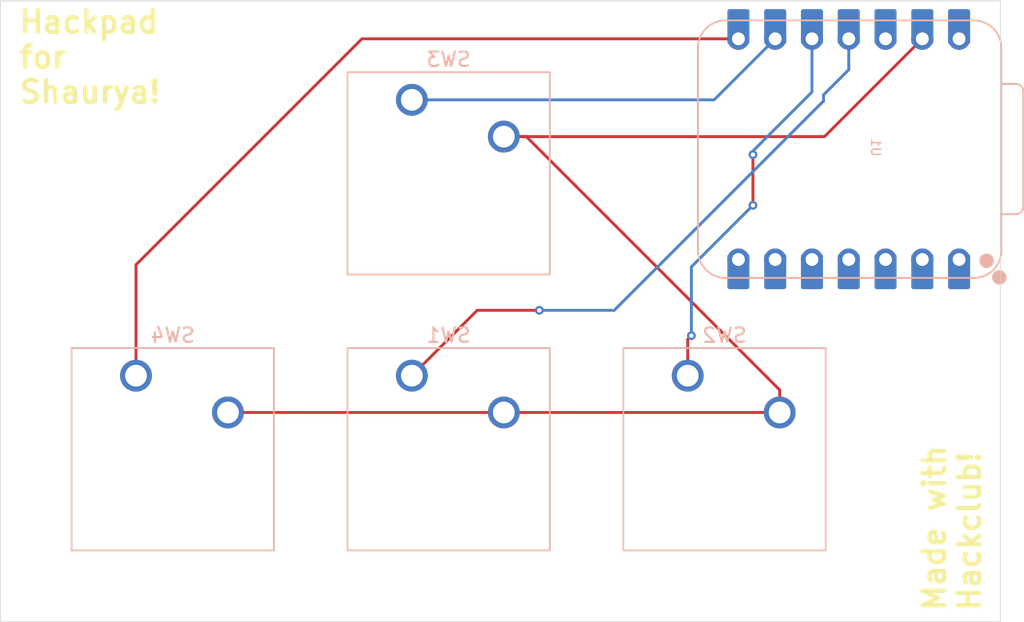
<source format=kicad_pcb>
(kicad_pcb (version 20241229) (generator "pcbnew") (generator_version "9.0")
  (layers (0 "F.Cu" signal) (2 "B.Cu" signal) (13 "F.Paste" user) (15 "B.Paste" user) (5 "F.SilkS" user "F.Silkscreen") (7 "B.SilkS" user "B.Silkscreen") (1 "F.Mask" user) (3 "B.Mask" user) (25 "Edge.Cuts" user))
  (net 0 "")
  (net 1 "GND")
  (net 3 "Net-(U1-PA6_A10_D10_MOSI)")
  (net 4 "Net-(U1-PA5_A9_D9_MISO)")
  (net 5 "Net-(U1-PA7_A8_D8_SCK)")
  (net 6 "Net-(U1-PB09_A7_D7_RX)")
  (footprint "Button_Switch_Keyboard:SW_Cherry_MX_1.00u_PCB" (layer "B.Cu") (at 160.14675 78.26375 180)
    (property "Reference" "SW4" (at -2.54 2.794 0) (layer "B.SilkS") (effects (justify mirror)))
    (property "Value" "SW_Push")
    (fp_line (start 4.445 1.905) (end 4.445 -12.065) (stroke (width 0.12)) (layer "B.SilkS"))
    (fp_line (start 4.445 -12.065) (end -9.525 -12.065) (stroke (width 0.12)) (layer "B.SilkS"))
    (fp_line (start -9.525 1.905) (end 4.445 1.905) (stroke (width 0.12)) (layer "B.SilkS"))
    (fp_line (start -9.525 -12.065) (end -9.525 1.905) (stroke (width 0.12)) (layer "B.SilkS"))
    (pad "" np_thru_hole circle (at -7.62 -5.08 180) (size 1.7 1.7) (drill 1.7) (layers "*.Cu" "*.Mask"))
    (pad "" np_thru_hole circle (at -2.54 -5.08 180) (size 4 4) (drill 4) (layers "*.Cu" "*.Mask"))
    (pad "" np_thru_hole circle (at 2.54 -5.08 180) (size 1.7 1.7) (drill 1.7) (layers "*.Cu" "*.Mask"))
    (pad "1" thru_hole circle (at 0 0 180) (size 2.2 2.2) (drill 1.5) (layers "*.Cu" "*.Mask") (net 6 "Net-(U1-PB09_A7_D7_RX)"))
    (pad "2" thru_hole circle (at -6.35 -2.54 180) (size 2.2 2.2) (drill 1.5) (layers "*.Cu" "*.Mask") (net 1 "GND"))
  )
  (footprint "Button_Switch_Keyboard:SW_Cherry_MX_1.00u_PCB" (layer "B.Cu") (at 179.19675 59.21375 180)
    (property "Reference" "SW3" (at -2.54 2.794 0) (layer "B.SilkS") (effects (justify mirror)))
    (property "Value" "SW_Push")
    (fp_line (start 4.445 1.905) (end 4.445 -12.065) (stroke (width 0.12)) (layer "B.SilkS"))
    (fp_line (start 4.445 -12.065) (end -9.525 -12.065) (stroke (width 0.12)) (layer "B.SilkS"))
    (fp_line (start -9.525 1.905) (end 4.445 1.905) (stroke (width 0.12)) (layer "B.SilkS"))
    (fp_line (start -9.525 -12.065) (end -9.525 1.905) (stroke (width 0.12)) (layer "B.SilkS"))
    (pad "" np_thru_hole circle (at -7.62 -5.08 180) (size 1.7 1.7) (drill 1.7) (layers "*.Cu" "*.Mask"))
    (pad "" np_thru_hole circle (at -2.54 -5.08 180) (size 4 4) (drill 4) (layers "*.Cu" "*.Mask"))
    (pad "" np_thru_hole circle (at 2.54 -5.08 180) (size 1.7 1.7) (drill 1.7) (layers "*.Cu" "*.Mask"))
    (pad "1" thru_hole circle (at 0 0 180) (size 2.2 2.2) (drill 1.5) (layers "*.Cu" "*.Mask") (net 5 "Net-(U1-PA7_A8_D8_SCK)"))
    (pad "2" thru_hole circle (at -6.35 -2.54 180) (size 2.2 2.2) (drill 1.5) (layers "*.Cu" "*.Mask") (net 1 "GND"))
  )
  (footprint "Button_Switch_Keyboard:SW_Cherry_MX_1.00u_PCB" (layer "B.Cu") (at 179.19675 78.26375 180)
    (property "Reference" "SW1" (at -2.54 2.794 0) (layer "B.SilkS") (effects (justify mirror)))
    (property "Value" "SW_Push")
    (fp_line (start 4.445 1.905) (end 4.445 -12.065) (stroke (width 0.12)) (layer "B.SilkS"))
    (fp_line (start 4.445 -12.065) (end -9.525 -12.065) (stroke (width 0.12)) (layer "B.SilkS"))
    (fp_line (start -9.525 1.905) (end 4.445 1.905) (stroke (width 0.12)) (layer "B.SilkS"))
    (fp_line (start -9.525 -12.065) (end -9.525 1.905) (stroke (width 0.12)) (layer "B.SilkS"))
    (pad "" np_thru_hole circle (at -7.62 -5.08 180) (size 1.7 1.7) (drill 1.7) (layers "*.Cu" "*.Mask"))
    (pad "" np_thru_hole circle (at -2.54 -5.08 180) (size 4 4) (drill 4) (layers "*.Cu" "*.Mask"))
    (pad "" np_thru_hole circle (at 2.54 -5.08 180) (size 1.7 1.7) (drill 1.7) (layers "*.Cu" "*.Mask"))
    (pad "1" thru_hole circle (at 0 0 180) (size 2.2 2.2) (drill 1.5) (layers "*.Cu" "*.Mask") (net 3 "Net-(U1-PA6_A10_D10_MOSI)"))
    (pad "2" thru_hole circle (at -6.35 -2.54 180) (size 2.2 2.2) (drill 1.5) (layers "*.Cu" "*.Mask") (net 1 "GND"))
  )
  (footprint "Button_Switch_Keyboard:SW_Cherry_MX_1.00u_PCB" (layer "B.Cu") (at 198.24675 78.26375 180)
    (property "Reference" "SW2" (at -2.54 2.794 0) (layer "B.SilkS") (effects (justify mirror)))
    (property "Value" "SW_Push")
    (fp_line (start 4.445 1.905) (end 4.445 -12.065) (stroke (width 0.12)) (layer "B.SilkS"))
    (fp_line (start 4.445 -12.065) (end -9.525 -12.065) (stroke (width 0.12)) (layer "B.SilkS"))
    (fp_line (start -9.525 1.905) (end 4.445 1.905) (stroke (width 0.12)) (layer "B.SilkS"))
    (fp_line (start -9.525 -12.065) (end -9.525 1.905) (stroke (width 0.12)) (layer "B.SilkS"))
    (pad "" np_thru_hole circle (at -7.62 -5.08 180) (size 1.7 1.7) (drill 1.7) (layers "*.Cu" "*.Mask"))
    (pad "" np_thru_hole circle (at -2.54 -5.08 180) (size 4 4) (drill 4) (layers "*.Cu" "*.Mask"))
    (pad "" np_thru_hole circle (at 2.54 -5.08 180) (size 1.7 1.7) (drill 1.7) (layers "*.Cu" "*.Mask"))
    (pad "1" thru_hole circle (at 0 0 180) (size 2.2 2.2) (drill 1.5) (layers "*.Cu" "*.Mask") (net 4 "Net-(U1-PA5_A9_D9_MISO)"))
    (pad "2" thru_hole circle (at -6.35 -2.54 180) (size 2.2 2.2) (drill 1.5) (layers "*.Cu" "*.Mask") (net 1 "GND"))
  )
  (footprint "OPL KiCAD:XIAO-SAMD21-DIP" (layer "B.Cu") (at 209.42925 62.52 90)
    (property "Reference" "U1" (at 0.02 1.8075 270) (layer "B.SilkS") (effects (font (size 0.635 0.635) (thickness 0.1016)) (justify mirror)))
    (property "Value" "XIAO-SAMD21-DIP")
    (fp_line (start -7.085 -10.4765) (end 6.885 -10.4765) (stroke (width 0.127)) (layer "B.SilkS"))
    (fp_line (start 8.79 -8.5715) (end 8.79 8.5735) (stroke (width 0.127)) (layer "B.SilkS"))
    (fp_line (start -8.99 -8.5715) (end -8.99 8.5735) (stroke (width 0.127)) (layer "B.SilkS"))
    (fp_line (start 6.885 10.4785) (end -7.085 10.4785) (stroke (width 0.1)) (layer "B.SilkS"))
    (fp_line (start 6.885 10.4785) (end -7.085 10.4785) (stroke (width 0.127)) (layer "B.SilkS"))
    (fp_line (start -4.595 10.4785) (end -4.591272 11.488772) (stroke (width 0.127)) (layer "B.SilkS"))
    (fp_line (start 4.404 11.4885) (end 4.404 10.4785) (stroke (width 0.127)) (layer "B.SilkS"))
    (fp_line (start -4.091272 11.9885) (end 3.904 11.9885) (stroke (width 0.127)) (layer "B.SilkS"))
    (fp_arc (start 6.885 -10.4765) (mid 8.232038 -9.918538) (end 8.79 -8.5715) (stroke (width 0.127)) (layer "B.SilkS"))
    (fp_arc (start -8.99 -8.5715) (mid -8.432038 -9.918538) (end -7.085 -10.4765) (stroke (width 0.127)) (layer "B.SilkS"))
    (fp_arc (start 8.79 8.5735) (mid 8.232038 9.920538) (end 6.885 10.4785) (stroke (width 0.127)) (layer "B.SilkS"))
    (fp_arc (start -7.085 10.4785) (mid -8.432038 9.920538) (end -8.99 8.5735) (stroke (width 0.127)) (layer "B.SilkS"))
    (fp_arc (start 4.404 11.4885) (mid 4.257553 11.842053) (end 3.904 11.9885) (stroke (width 0.127)) (layer "B.SilkS"))
    (fp_arc (start -4.091272 11.9885) (mid -4.444724 11.842144) (end -4.591272 11.488772) (stroke (width 0.127)) (layer "B.SilkS"))
    (fp_circle (center -7.811 9.4575) (end -7.811 9.7115) (stroke (width 0.5)) (fill yes) (layer "B.SilkS"))
    (fp_circle (center -8.954 10.3375) (end -8.954 10.5915) (stroke (width 0.5)) (fill yes) (layer "B.SilkS"))
    (pad "1" smd roundrect (at -8.555 7.5575 270) (size 2.432 1.524) (layers "B.Cu" "B.Mask") (roundrect_rratio 0.1))
    (pad "1" thru_hole circle (at -7.72 7.5575 270) (size 1.524 1.524) (drill 0.889) (layers "*.Cu" "*.Mask"))
    (pad "2" smd roundrect (at -8.555 5.0175 270) (size 2.432 1.524) (layers "B.Cu" "B.Mask") (roundrect_rratio 0.1))
    (pad "2" thru_hole circle (at -7.72 5.0175 270) (size 1.524 1.524) (drill 0.889) (layers "*.Cu" "*.Mask"))
    (pad "3" smd roundrect (at -8.555 2.4775 270) (size 2.432 1.524) (layers "B.Cu" "B.Mask") (roundrect_rratio 0.1))
    (pad "3" thru_hole circle (at -7.72 2.4775 270) (size 1.524 1.524) (drill 0.889) (layers "*.Cu" "*.Mask"))
    (pad "4" smd roundrect (at -8.555 -0.0625 270) (size 2.432 1.524) (layers "B.Cu" "B.Mask") (roundrect_rratio 0.1))
    (pad "4" thru_hole circle (at -7.72 -0.0625 270) (size 1.524 1.524) (drill 0.889) (layers "*.Cu" "*.Mask"))
    (pad "5" smd roundrect (at -8.555 -2.6025 270) (size 2.432 1.524) (layers "B.Cu" "B.Mask") (roundrect_rratio 0.1))
    (pad "5" thru_hole circle (at -7.72 -2.6025 270) (size 1.524 1.524) (drill 0.889) (layers "*.Cu" "*.Mask"))
    (pad "6" smd roundrect (at -8.555 -5.1425 270) (size 2.432 1.524) (layers "B.Cu" "B.Mask") (roundrect_rratio 0.1))
    (pad "6" thru_hole circle (at -7.72 -5.1425 270) (size 1.524 1.524) (drill 0.889) (layers "*.Cu" "*.Mask"))
    (pad "7" smd roundrect (at -8.555 -7.6825 270) (size 2.432 1.524) (layers "B.Cu" "B.Mask") (roundrect_rratio 0.1))
    (pad "7" thru_hole circle (at -7.72 -7.6825 270) (size 1.524 1.524) (drill 0.889) (layers "*.Cu" "*.Mask"))
    (pad "8" thru_hole circle (at 7.52 -7.6825 90) (size 1.524 1.524) (drill 0.889) (layers "*.Cu" "*.Mask") (net 6 "Net-(U1-PB09_A7_D7_RX)"))
    (pad "8" smd roundrect (at 8.355 -7.6825 90) (size 2.432 1.524) (layers "B.Cu" "B.Mask") (roundrect_rratio 0.1) (net 6 "Net-(U1-PB09_A7_D7_RX)"))
    (pad "9" thru_hole circle (at 7.52 -5.1425 90) (size 1.524 1.524) (drill 0.889) (layers "*.Cu" "*.Mask") (net 5 "Net-(U1-PA7_A8_D8_SCK)"))
    (pad "9" smd roundrect (at 8.355 -5.1425 90) (size 2.432 1.524) (layers "B.Cu" "B.Mask") (roundrect_rratio 0.1) (net 5 "Net-(U1-PA7_A8_D8_SCK)"))
    (pad "10" thru_hole circle (at 7.52 -2.6025 90) (size 1.524 1.524) (drill 0.889) (layers "*.Cu" "*.Mask") (net 4 "Net-(U1-PA5_A9_D9_MISO)"))
    (pad "10" smd roundrect (at 8.355 -2.6025 90) (size 2.432 1.524) (layers "B.Cu" "B.Mask") (roundrect_rratio 0.1) (net 4 "Net-(U1-PA5_A9_D9_MISO)"))
    (pad "11" thru_hole circle (at 7.52 -0.0625 90) (size 1.524 1.524) (drill 0.889) (layers "*.Cu" "*.Mask") (net 3 "Net-(U1-PA6_A10_D10_MOSI)"))
    (pad "11" smd roundrect (at 8.355 -0.0625 90) (size 2.432 1.524) (layers "B.Cu" "B.Mask") (roundrect_rratio 0.1) (net 3 "Net-(U1-PA6_A10_D10_MOSI)"))
    (pad "12" thru_hole circle (at 7.52 2.4775 90) (size 1.524 1.524) (drill 0.889) (layers "*.Cu" "*.Mask"))
    (pad "12" smd roundrect (at 8.355 2.4775 90) (size 2.432 1.524) (layers "B.Cu" "B.Mask") (roundrect_rratio 0.1))
    (pad "13" thru_hole circle (at 7.52 5.0175 90) (size 1.524 1.524) (drill 0.889) (layers "*.Cu" "*.Mask") (net 1 "GND"))
    (pad "13" smd roundrect (at 8.355 5.0175 90) (size 2.432 1.524) (layers "B.Cu" "B.Mask") (roundrect_rratio 0.1) (net 1 "GND"))
    (pad "14" thru_hole circle (at 7.52 7.5575 90) (size 1.524 1.524) (drill 0.889) (layers "*.Cu" "*.Mask"))
    (pad "14" smd roundrect (at 8.355 7.5575 90) (size 2.432 1.524) (layers "B.Cu" "B.Mask") (roundrect_rratio 0.1))
  )
  (gr_rect (start 150.7805 52.3875) (end 219.83675 95.25) (stroke (width 0.05)) (fill no) (layer "Edge.Cuts"))
  (gr_text "Hackpad\nfor \nShaurya!" (at 151.95 59.55 0) (layer "F.SilkS") (effects (font (size 1.5 1.5) (thickness 0.3) (bold yes)) (justify left bottom)))
  (gr_text "Made with \nHackclub!" (at 218.57 94.67 90) (layer "F.SilkS") (effects (font (size 1.5 1.5) (thickness 0.3) (bold yes)) (justify left bottom)))
  (segment (start 185.54675 61.75375) (end 207.693 61.75375) (width 0.2) (layer "F.Cu") (net 1))
  (segment (start 207.693 61.75375) (end 214.44675 55) (width 0.2) (layer "F.Cu") (net 1))
  (segment (start 204.59675 79.248116) (end 204.59675 80.80375) (width 0.2) (layer "F.Cu") (net 1))
  (segment (start 185.54675 61.75375) (end 187.102384 61.75375) (width 0.2) (layer "F.Cu") (net 1))
  (segment (start 187.102384 61.75375) (end 204.59675 79.248116) (width 0.2) (layer "F.Cu") (net 1))
  (segment (start 185.54675 80.80375) (end 204.59675 80.80375) (width 0.2) (layer "F.Cu") (net 1))
  (segment (start 166.49675 80.80375) (end 185.54675 80.80375) (width 0.2) (layer "F.Cu") (net 1))
  (segment (start 179.19675 78.26375) (end 183.7105 73.75) (width 0.2) (layer "F.Cu") (net 3))
  (segment (start 183.7105 73.75) (end 188 73.75) (width 0.2) (layer "F.Cu") (net 3))
  (via (at 188 73.75) (size 0.6) (drill 0.3) (layers "F.Cu" "B.Cu") (net 3))
  (segment (start 207.625 58.875) (end 209.36675 57.13325) (width 0.2) (layer "B.Cu") (net 3))
  (segment (start 207.625 59.295) (end 193.15 73.77) (width 0.2) (layer "B.Cu") (net 3))
  (segment (start 188 73.75) (end 193 73.75) (width 0.2) (layer "B.Cu") (net 3))
  (segment (start 209.36675 57.13325) (end 209.36675 55) (width 0.2) (layer "B.Cu") (net 3))
  (segment (start 207.625 58.875) (end 207.625 59.295) (width 0.2) (layer "B.Cu") (net 3))
  (segment (start 202.75 66.5) (end 202.75 63) (width 0.2) (layer "F.Cu") (net 4))
  (segment (start 198.24675 78.26375) (end 198.24675 75.75325) (width 0.2) (layer "F.Cu") (net 4))
  (segment (start 198.24675 75.75325) (end 198.5 75.5) (width 0.2) (layer "F.Cu") (net 4))
  (via (at 202.75 63) (size 0.6) (drill 0.3) (layers "F.Cu" "B.Cu") (net 4))
  (via (at 198.5 75.5) (size 0.6) (drill 0.3) (layers "F.Cu" "B.Cu") (net 4))
  (via (at 202.75 66.5) (size 0.6) (drill 0.3) (layers "F.Cu" "B.Cu") (net 4))
  (segment (start 198.5 75.5) (end 198.5 70.75) (width 0.2) (layer "B.Cu") (net 4))
  (segment (start 202.75 63) (end 202.75 62.75) (width 0.2) (layer "B.Cu") (net 4))
  (segment (start 206.82675 58.67325) (end 206.82675 55) (width 0.2) (layer "B.Cu") (net 4))
  (segment (start 202.75 62.75) (end 206.82675 58.67325) (width 0.2) (layer "B.Cu") (net 4))
  (segment (start 198.5 70.75) (end 202.75 66.5) (width 0.2) (layer "B.Cu") (net 4))
  (segment (start 179.19675 59.21375) (end 200.073 59.21375) (width 0.2) (layer "B.Cu") (net 5))
  (segment (start 200.073 59.21375) (end 204.28675 55) (width 0.2) (layer "B.Cu") (net 5))
  (segment (start 175.75 55) (end 201.74675 55) (width 0.2) (layer "F.Cu") (net 6))
  (segment (start 160.14675 70.60325) (end 175.75 55) (width 0.2) (layer "F.Cu") (net 6))
  (segment (start 160.14675 78.26375) (end 160.14675 70.60325) (width 0.2) (layer "F.Cu") (net 6))
)
</source>
